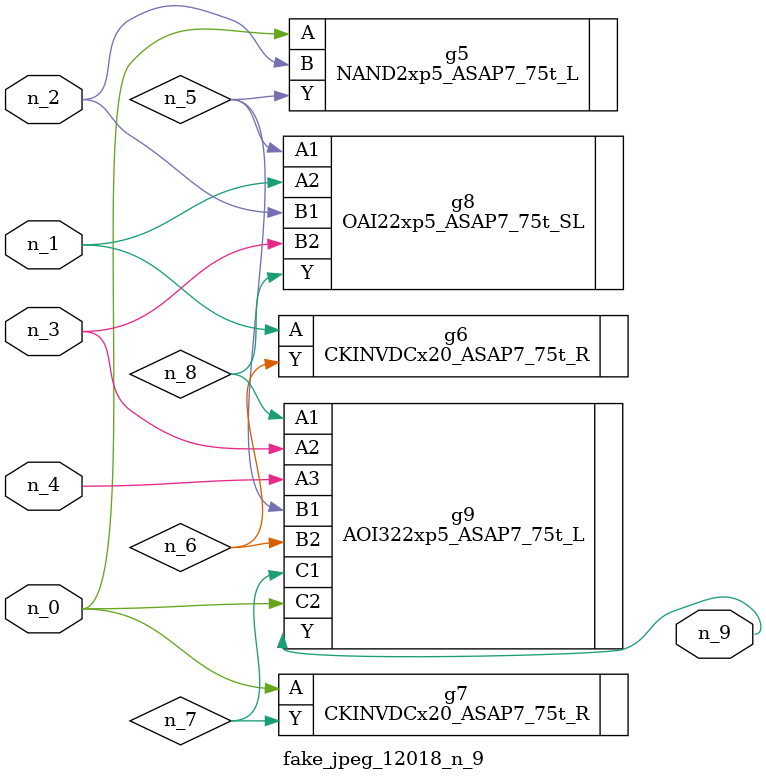
<source format=v>
module fake_jpeg_12018_n_9 (n_3, n_2, n_1, n_0, n_4, n_9);

input n_3;
input n_2;
input n_1;
input n_0;
input n_4;

output n_9;

wire n_8;
wire n_6;
wire n_5;
wire n_7;

NAND2xp5_ASAP7_75t_L g5 ( 
.A(n_0),
.B(n_2),
.Y(n_5)
);

CKINVDCx20_ASAP7_75t_R g6 ( 
.A(n_1),
.Y(n_6)
);

CKINVDCx20_ASAP7_75t_R g7 ( 
.A(n_0),
.Y(n_7)
);

OAI22xp5_ASAP7_75t_SL g8 ( 
.A1(n_5),
.A2(n_1),
.B1(n_2),
.B2(n_3),
.Y(n_8)
);

AOI322xp5_ASAP7_75t_L g9 ( 
.A1(n_8),
.A2(n_3),
.A3(n_4),
.B1(n_5),
.B2(n_6),
.C1(n_7),
.C2(n_0),
.Y(n_9)
);


endmodule
</source>
